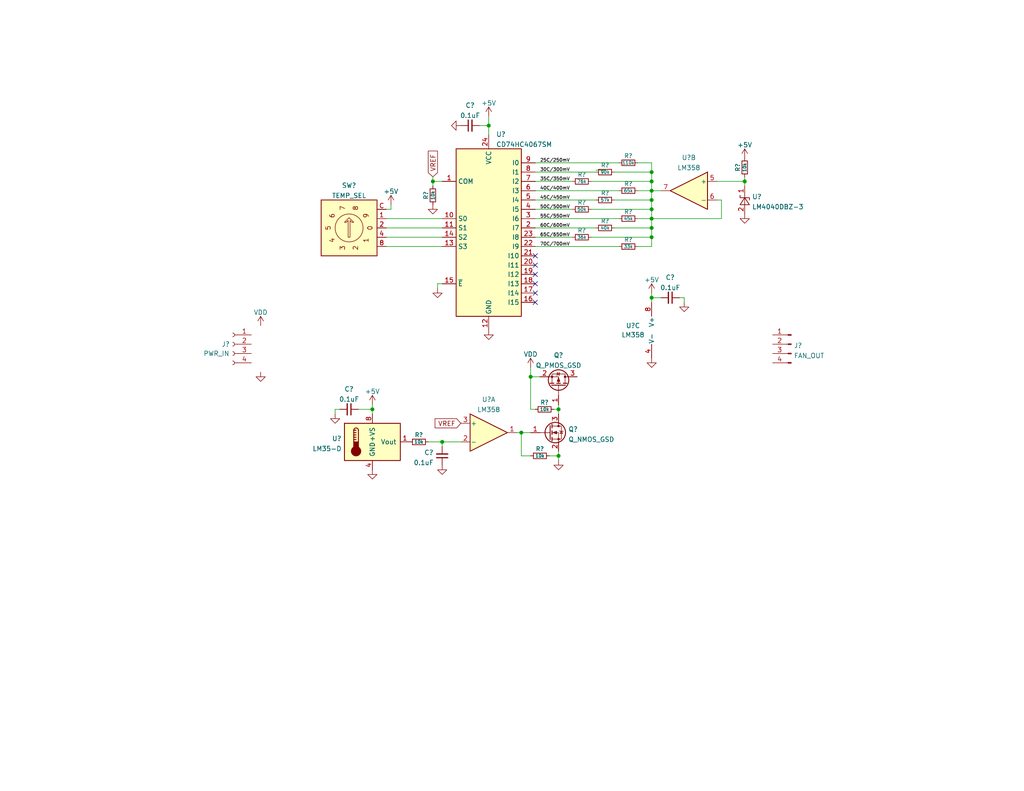
<source format=kicad_sch>
(kicad_sch (version 20211123) (generator eeschema)
  (paper "A")
  (title_block (title "Dead Simple Fan Controller") (date "2022-01-29") (rev "A") (company "W3AXL") (comment 1 "For controlling PC fans based on temperature"))
  (lib_symbols
    (symbol "74xx:CD74HC4067SM"
      (property "Reference" "U" (at -8.89 22.86 0))
      (property "Value" "CD74HC4067SM" (at 1.27 22.86 0))
      (symbol "CD74HC4067SM_0_1"
        (rectangle (start -8.89 21.59) (end 8.89 -24.13) (stroke (width 0.254)) (fill (type background)))
      )
      (symbol "CD74HC4067SM_1_1"
        (pin passive line (at -12.7 12.7 0) (length 3.81) (name "COM") (number "1"))
        (pin input line (at -12.7 2.54 0) (length 3.81) (name "S0") (number "10"))
        (pin input line (at -12.7 0 0) (length 3.81) (name "S1") (number "11"))
        (pin power_in line (at 0 -27.94 90) (length 3.81) (name "GND") (number "12"))
        (pin input line (at -12.7 -5.08 0) (length 3.81) (name "S3") (number "13"))
        (pin input line (at -12.7 -2.54 0) (length 3.81) (name "S2") (number "14"))
        (pin input line (at -12.7 -15.24 0) (length 3.81) (name "~{E}") (number "15"))
        (pin passive line (at 12.7 -20.32 180) (length 3.81) (name "I15") (number "16"))
        (pin passive line (at 12.7 -17.78 180) (length 3.81) (name "I14") (number "17"))
        (pin passive line (at 12.7 -15.24 180) (length 3.81) (name "I13") (number "18"))
        (pin passive line (at 12.7 -12.7 180) (length 3.81) (name "I12") (number "19"))
        (pin passive line (at 12.7 0 180) (length 3.81) (name "I7") (number "2"))
        (pin passive line (at 12.7 -10.16 180) (length 3.81) (name "I11") (number "20"))
        (pin passive line (at 12.7 -7.62 180) (length 3.81) (name "I10") (number "21"))
        (pin passive line (at 12.7 -5.08 180) (length 3.81) (name "I9") (number "22"))
        (pin passive line (at 12.7 -2.54 180) (length 3.81) (name "I8") (number "23"))
        (pin power_in line (at 0 25.4 270) (length 3.81) (name "VCC") (number "24"))
        (pin passive line (at 12.7 2.54 180) (length 3.81) (name "I6") (number "3"))
        (pin passive line (at 12.7 5.08 180) (length 3.81) (name "I5") (number "4"))
        (pin passive line (at 12.7 7.62 180) (length 3.81) (name "I4") (number "5"))
        (pin passive line (at 12.7 10.16 180) (length 3.81) (name "I3") (number "6"))
        (pin passive line (at 12.7 12.7 180) (length 3.81) (name "I2") (number "7"))
        (pin passive line (at 12.7 15.24 180) (length 3.81) (name "I1") (number "8"))
        (pin passive line (at 12.7 17.78 180) (length 3.81) (name "I0") (number "9"))
      )
    )
    (symbol "Amplifier_Operational:LM358" (pin_names (offset 0.127))
      (property "Reference" "U" (at 0 5.08 0))
      (property "Value" "LM358" (at 0 -5.08 0))
      (symbol "LM358_1_1"
        (polyline (pts (xy -5.08 5.08) (xy 5.08 0) (xy -5.08 -5.08) (xy -5.08 5.08)) (stroke (width 0.254)) (fill (type background)))
        (pin output line (at 7.62 0 180) (length 2.54) (name "~") (number "1"))
        (pin input line (at -7.62 -2.54 0) (length 2.54) (name "-") (number "2"))
        (pin input line (at -7.62 2.54 0) (length 2.54) (name "+") (number "3"))
      )
      (symbol "LM358_2_1"
        (polyline (pts (xy -5.08 5.08) (xy 5.08 0) (xy -5.08 -5.08) (xy -5.08 5.08)) (stroke (width 0.254)) (fill (type background)))
        (pin input line (at -7.62 2.54 0) (length 2.54) (name "+") (number "5"))
        (pin input line (at -7.62 -2.54 0) (length 2.54) (name "-") (number "6"))
        (pin output line (at 7.62 0 180) (length 2.54) (name "~") (number "7"))
      )
      (symbol "LM358_3_1"
        (pin power_in line (at -2.54 -7.62 90) (length 3.81) (name "V-") (number "4"))
        (pin power_in line (at -2.54 7.62 270) (length 3.81) (name "V+") (number "8"))
      )
    )
    (symbol "Connector:Conn_01x04_Female" (pin_names (offset 1.016) hide)
      (property "Reference" "J" (at 0 5.08 0))
      (property "Value" "Conn_01x04_Female" (at 0 -7.62 0))
      (symbol "Conn_01x04_Female_1_1"
        (arc (start 0 -4.572) (mid -0.508 -5.08) (end 0 -5.588) (stroke (width 0.1524)))
        (arc (start 0 -2.032) (mid -0.508 -2.54) (end 0 -3.048) (stroke (width 0.1524)))
        (polyline (pts (xy -1.27 -5.08) (xy -0.508 -5.08)) (stroke (width 0.1524)))
        (polyline (pts (xy -1.27 -2.54) (xy -0.508 -2.54)) (stroke (width 0.1524)))
        (polyline (pts (xy -1.27 0) (xy -0.508 0)) (stroke (width 0.1524)))
        (polyline (pts (xy -1.27 2.54) (xy -0.508 2.54)) (stroke (width 0.1524)))
        (arc (start 0 0.508) (mid -0.508 0) (end 0 -0.508) (stroke (width 0.1524)))
        (arc (start 0 3.048) (mid -0.508 2.54) (end 0 2.032) (stroke (width 0.1524)))
        (pin passive line (at -5.08 2.54 0) (length 3.81) (name "Pin_1") (number "1"))
        (pin passive line (at -5.08 0 0) (length 3.81) (name "Pin_2") (number "2"))
        (pin passive line (at -5.08 -2.54 0) (length 3.81) (name "Pin_3") (number "3"))
        (pin passive line (at -5.08 -5.08 0) (length 3.81) (name "Pin_4") (number "4"))
      )
    )
    (symbol "Connector:Conn_01x04_Male" (pin_names (offset 1.016) hide)
      (property "Reference" "J" (at 0 5.08 0))
      (property "Value" "Conn_01x04_Male" (at 0 -7.62 0))
      (symbol "Conn_01x04_Male_1_1"
        (polyline (pts (xy 1.27 -5.08) (xy 0.8636 -5.08)) (stroke (width 0.1524)))
        (polyline (pts (xy 1.27 -2.54) (xy 0.8636 -2.54)) (stroke (width 0.1524)))
        (polyline (pts (xy 1.27 0) (xy 0.8636 0)) (stroke (width 0.1524)))
        (polyline (pts (xy 1.27 2.54) (xy 0.8636 2.54)) (stroke (width 0.1524)))
        (rectangle (start 0.8636 -4.953) (end 0 -5.207) (stroke (width 0.1524)) (fill (type outline)))
        (rectangle (start 0.8636 -2.413) (end 0 -2.667) (stroke (width 0.1524)) (fill (type outline)))
        (rectangle (start 0.8636 0.127) (end 0 -0.127) (stroke (width 0.1524)) (fill (type outline)))
        (rectangle (start 0.8636 2.667) (end 0 2.413) (stroke (width 0.1524)) (fill (type outline)))
        (pin passive line (at 5.08 2.54 180) (length 3.81) (name "Pin_1") (number "1"))
        (pin passive line (at 5.08 0 180) (length 3.81) (name "Pin_2") (number "2"))
        (pin passive line (at 5.08 -2.54 180) (length 3.81) (name "Pin_3") (number "3"))
        (pin passive line (at 5.08 -5.08 180) (length 3.81) (name "Pin_4") (number "4"))
      )
    )
    (symbol "Device:C_Small" (pin_numbers hide) (pin_names (offset 0.254) hide)
      (property "Reference" "C" (at 0.254 1.778 0))
      (property "Value" "C_Small" (at 0.254 -2.032 0))
      (symbol "C_Small_0_1"
        (polyline (pts (xy -1.524 -0.508) (xy 1.524 -0.508)) (stroke (width 0.3302)))
        (polyline (pts (xy -1.524 0.508) (xy 1.524 0.508)) (stroke (width 0.3048)))
      )
      (symbol "C_Small_1_1"
        (pin passive line (at 0 2.54 270) (length 2.032) (name "~") (number "1"))
        (pin passive line (at 0 -2.54 90) (length 2.032) (name "~") (number "2"))
      )
    )
    (symbol "Device:Q_NMOS_GSD" (pin_names (offset 0) hide)
      (property "Reference" "Q" (at 5.08 1.27 0))
      (property "Value" "Q_NMOS_GSD" (at 5.08 -1.27 0))
      (symbol "Q_NMOS_GSD_0_1"
        (polyline (pts (xy 0.254 0) (xy -2.54 0)))
        (polyline (pts (xy 0.254 1.905) (xy 0.254 -1.905)) (stroke (width 0.254)))
        (polyline (pts (xy 0.762 -1.27) (xy 0.762 -2.286)) (stroke (width 0.254)))
        (polyline (pts (xy 0.762 0.508) (xy 0.762 -0.508)) (stroke (width 0.254)))
        (polyline (pts (xy 0.762 2.286) (xy 0.762 1.27)) (stroke (width 0.254)))
        (polyline (pts (xy 2.54 2.54) (xy 2.54 1.778)))
        (polyline (pts (xy 2.54 -2.54) (xy 2.54 0) (xy 0.762 0)))
        (polyline (pts (xy 0.762 -1.778) (xy 3.302 -1.778) (xy 3.302 1.778) (xy 0.762 1.778)))
        (polyline (pts (xy 1.016 0) (xy 2.032 0.381) (xy 2.032 -0.381) (xy 1.016 0)) (fill (type outline)))
        (polyline (pts (xy 2.794 0.508) (xy 2.921 0.381) (xy 3.683 0.381) (xy 3.81 0.254)))
        (polyline (pts (xy 3.302 0.381) (xy 2.921 -0.254) (xy 3.683 -0.254) (xy 3.302 0.381)))
        (circle (center 1.651 0) (radius 2.794) (stroke (width 0.254)))
        (circle (center 2.54 -1.778) (radius 0.254) (fill (type outline)))
        (circle (center 2.54 1.778) (radius 0.254) (fill (type outline)))
      )
      (symbol "Q_NMOS_GSD_1_1"
        (pin input line (at -5.08 0 0) (length 2.54) (name "G") (number "1"))
        (pin passive line (at 2.54 -5.08 90) (length 2.54) (name "S") (number "2"))
        (pin passive line (at 2.54 5.08 270) (length 2.54) (name "D") (number "3"))
      )
    )
    (symbol "Device:Q_PMOS_GSD" (pin_names (offset 0) hide)
      (property "Reference" "Q" (at 5.08 1.27 0))
      (property "Value" "Q_PMOS_GSD" (at 5.08 -1.27 0))
      (symbol "Q_PMOS_GSD_0_1"
        (polyline (pts (xy 0.254 0) (xy -2.54 0)))
        (polyline (pts (xy 0.254 1.905) (xy 0.254 -1.905)) (stroke (width 0.254)))
        (polyline (pts (xy 0.762 -1.27) (xy 0.762 -2.286)) (stroke (width 0.254)))
        (polyline (pts (xy 0.762 0.508) (xy 0.762 -0.508)) (stroke (width 0.254)))
        (polyline (pts (xy 0.762 2.286) (xy 0.762 1.27)) (stroke (width 0.254)))
        (polyline (pts (xy 2.54 2.54) (xy 2.54 1.778)))
        (polyline (pts (xy 2.54 -2.54) (xy 2.54 0) (xy 0.762 0)))
        (polyline (pts (xy 0.762 1.778) (xy 3.302 1.778) (xy 3.302 -1.778) (xy 0.762 -1.778)))
        (polyline (pts (xy 2.286 0) (xy 1.27 0.381) (xy 1.27 -0.381) (xy 2.286 0)) (fill (type outline)))
        (polyline (pts (xy 2.794 -0.508) (xy 2.921 -0.381) (xy 3.683 -0.381) (xy 3.81 -0.254)))
        (polyline (pts (xy 3.302 -0.381) (xy 2.921 0.254) (xy 3.683 0.254) (xy 3.302 -0.381)))
        (circle (center 1.651 0) (radius 2.794) (stroke (width 0.254)))
        (circle (center 2.54 -1.778) (radius 0.254) (fill (type outline)))
        (circle (center 2.54 1.778) (radius 0.254) (fill (type outline)))
      )
      (symbol "Q_PMOS_GSD_1_1"
        (pin input line (at -5.08 0 0) (length 2.54) (name "G") (number "1"))
        (pin passive line (at 2.54 -5.08 90) (length 2.54) (name "S") (number "2"))
        (pin passive line (at 2.54 5.08 270) (length 2.54) (name "D") (number "3"))
      )
    )
    (symbol "Device:R_Small" (pin_numbers hide) (pin_names (offset 0.254) hide)
      (property "Reference" "R" (at 0.762 0.508 0))
      (property "Value" "R_Small" (at 0.762 -1.016 0))
      (symbol "R_Small_0_1"
        (rectangle (start -0.762 1.778) (end 0.762 -1.778) (stroke (width 0.2032)))
      )
      (symbol "R_Small_1_1"
        (pin passive line (at 0 2.54 270) (length 0.762) (name "~") (number "1"))
        (pin passive line (at 0 -2.54 90) (length 0.762) (name "~") (number "2"))
      )
    )
    (symbol "Reference_Voltage:LM4040DBZ-3" (pin_names (offset 0.0254) hide)
      (property "Reference" "U" (at 0 2.54 0))
      (property "Value" "LM4040DBZ-3" (at 0 -3.175 0))
      (symbol "LM4040DBZ-3_0_1"
        (polyline (pts (xy -1.27 0) (xy 0 0) (xy 1.27 0)))
        (polyline (pts (xy -1.27 -1.27) (xy 0.635 0) (xy -1.27 1.27) (xy -1.27 -1.27)) (stroke (width 0.2032)))
        (polyline (pts (xy 0 -1.27) (xy 0.635 -1.27) (xy 0.635 1.27) (xy 1.27 1.27)) (stroke (width 0.2032)))
      )
      (symbol "LM4040DBZ-3_1_1"
        (pin passive line (at 3.81 0 180) (length 2.54) (name "K") (number "1"))
        (pin passive line (at -3.81 0 0) (length 2.54) (name "A") (number "2"))
      )
    )
    (symbol "Sensor_Temperature:LM35-D" (pin_names (offset 1.016))
      (property "Reference" "U" (at -6.35 6.35 0))
      (property "Value" "LM35-D" (at 1.27 6.35 0))
      (symbol "LM35-D_0_1"
        (rectangle (start -7.62 5.08) (end 7.62 -5.08) (stroke (width 0.254)) (fill (type background)))
        (circle (center -4.445 -2.54) (radius 1.27) (stroke (width 0.254)) (fill (type outline)))
        (rectangle (start -3.81 -1.905) (end -5.08 0) (stroke (width 0.254)) (fill (type outline)))
        (arc (start -3.81 3.175) (mid -4.445 3.81) (end -5.08 3.175) (stroke (width 0.254)))
        (polyline (pts (xy -5.08 0.635) (xy -4.445 0.635)) (stroke (width 0.254)))
        (polyline (pts (xy -5.08 1.27) (xy -4.445 1.27)) (stroke (width 0.254)))
        (polyline (pts (xy -5.08 1.905) (xy -4.445 1.905)) (stroke (width 0.254)))
        (polyline (pts (xy -5.08 2.54) (xy -4.445 2.54)) (stroke (width 0.254)))
        (polyline (pts (xy -5.08 3.175) (xy -5.08 0)) (stroke (width 0.254)))
        (polyline (pts (xy -5.08 3.175) (xy -4.445 3.175)) (stroke (width 0.254)))
        (polyline (pts (xy -3.81 3.175) (xy -3.81 0)) (stroke (width 0.254)))
      )
      (symbol "LM35-D_1_1"
        (pin output line (at 10.16 0 180) (length 2.54) (name "Vout") (number "1"))
        (pin no_connect line (at -2.54 -7.62 90) (length 2.54) hide (name "NC") (number "2"))
        (pin no_connect line (at -2.54 7.62 270) (length 2.54) hide (name "NC") (number "3"))
        (pin power_in line (at 0 -7.62 90) (length 2.54) (name "GND") (number "4"))
        (pin no_connect line (at 2.54 -7.62 90) (length 2.54) hide (name "NC") (number "5"))
        (pin no_connect line (at 5.08 -7.62 90) (length 2.54) hide (name "NC") (number "6"))
        (pin no_connect line (at 10.16 2.54 180) (length 2.54) hide (name "NC") (number "7"))
        (pin power_in line (at 0 7.62 270) (length 2.54) (name "+VS") (number "8"))
      )
    )
    (symbol "Switch:SW_Coded_SH-7010" (pin_names hide)
      (property "Reference" "SW" (at -7.62 8.89 0))
      (property "Value" "SW_Coded_SH-7010" (at -7.62 -8.89 0))
      (symbol "SW_Coded_SH-7010_0_0"
        (text "0" (at 5.715 0 2700) (effects (font (size 1.27 1.27))))
        (text "1" (at 4.6228 -3.3528 2340) (effects (font (size 1.27 1.27))))
        (text "2" (at 1.778 -5.4356 1980) (effects (font (size 1.27 1.27))))
        (text "3" (at -1.778 -5.4356 1620) (effects (font (size 1.27 1.27))))
        (text "4" (at -4.6228 -3.3528 1260) (effects (font (size 1.27 1.27))))
        (text "5" (at -5.715 0 900) (effects (font (size 1.27 1.27))))
        (text "6" (at -4.6228 3.3528 540) (effects (font (size 1.27 1.27))))
        (text "7" (at -1.778 5.4356 180) (effects (font (size 1.27 1.27))))
        (text "8" (at 1.778 5.4356 3420) (effects (font (size 1.27 1.27))))
        (text "9" (at 4.6228 3.3528 3060) (effects (font (size 1.27 1.27))))
      )
      (symbol "SW_Coded_SH-7010_0_1"
        (polyline (pts (xy -0.254 -2.54) (xy -0.254 2.032) (xy -0.762 1.524) (xy -1.27 1.524) (xy 0 2.794) (xy 1.27 1.524) (xy 0.762 1.524) (xy 0.254 2.032) (xy 0.254 -2.54) (xy -0.254 -2.54) (xy -0.254 -2.54)))
        (circle (center 0 0) (radius 3.81))
        (rectangle (start 7.62 7.62) (end -7.62 -7.62) (stroke (width 0.254)) (fill (type background)))
      )
      (symbol "SW_Coded_SH-7010_1_1"
        (pin passive line (at 10.16 2.54 180) (length 2.54) (name "1") (number "1"))
        (pin passive line (at 10.16 0 180) (length 2.54) (name "2") (number "2"))
        (pin passive line (at 10.16 -2.54 180) (length 2.54) (name "4") (number "4"))
        (pin passive line (at 10.16 -5.08 180) (length 2.54) (name "8") (number "8"))
        (pin passive line (at 10.16 5.08 180) (length 2.54) (name "C") (number "C"))
      )
    )
    (symbol "power:+5V" (power) (pin_names (offset 0))
      (property "Value" "+5V" (at 0 3.556 0))
      (symbol "+5V_0_1"
        (polyline (pts (xy -0.762 1.27) (xy 0 2.54)))
        (polyline (pts (xy 0 0) (xy 0 2.54)))
        (polyline (pts (xy 0 2.54) (xy 0.762 1.27)))
      )
      (symbol "+5V_1_1"
        (pin power_in line (at 0 0 90) (length 0) hide (name "+5V") (number "1"))
      )
    )
    (symbol "power:GND" (power) (pin_names (offset 0))
      (property "Value" "GND" (at 0 -3.81 0))
      (symbol "GND_0_1"
        (polyline (pts (xy 0 0) (xy 0 -1.27) (xy 1.27 -1.27) (xy 0 -2.54) (xy -1.27 -1.27) (xy 0 -1.27)))
      )
      (symbol "GND_1_1"
        (pin power_in line (at 0 0 270) (length 0) hide (name "GND") (number "1"))
      )
    )
    (symbol "power:VDD" (power) (pin_names (offset 0))
      (property "Value" "VDD" (at 0 3.81 0))
      (symbol "VDD_0_1"
        (polyline (pts (xy -0.762 1.27) (xy 0 2.54)))
        (polyline (pts (xy 0 0) (xy 0 2.54)))
        (polyline (pts (xy 0 2.54) (xy 0.762 1.27)))
      )
      (symbol "VDD_1_1"
        (pin power_in line (at 0 0 90) (length 0) hide (name "VDD") (number "1"))
      )
    )
  )
  (junction (at 177.8 62.23))
  (junction (at 152.4 124.46))
  (junction (at 118.11 49.53))
  (junction (at 177.8 52.07))
  (junction (at 203.2 49.53))
  (junction (at 177.8 64.77))
  (junction (at 177.8 54.61))
  (junction (at 152.4 111.76))
  (junction (at 101.6 111.76))
  (junction (at 177.8 59.69))
  (junction (at 177.8 46.99))
  (junction (at 144.78 102.87))
  (junction (at 177.8 49.53))
  (junction (at 142.24 118.11))
  (junction (at 177.8 81.28))
  (junction (at 133.35 34.29))
  (junction (at 177.8 57.15))
  (junction (at 120.65 120.65))
  (no_connect (at 146.05 72.39))
  (no_connect (at 146.05 80.01))
  (no_connect (at 146.05 69.85))
  (no_connect (at 146.05 82.55))
  (no_connect (at 146.05 74.93))
  (no_connect (at 146.05 77.47))
  (wire (pts (xy 97.79 111.76) (xy 101.6 111.76)))
  (wire (pts (xy 144.78 111.76) (xy 144.78 102.87)))
  (wire (pts (xy 196.85 54.61) (xy 195.58 54.61)))
  (wire (pts (xy 177.8 49.53) (xy 177.8 52.07)))
  (wire (pts (xy 120.65 77.47) (xy 119.38 77.47)))
  (wire (pts (xy 146.05 54.61) (xy 162.56 54.61)))
  (wire (pts (xy 146.05 62.23) (xy 162.56 62.23)))
  (wire (pts (xy 120.65 120.65) (xy 125.73 120.65)))
  (wire (pts (xy 173.99 52.07) (xy 177.8 52.07)))
  (wire (pts (xy 144.78 102.87) (xy 147.32 102.87)))
  (wire (pts (xy 101.6 111.76) (xy 101.6 113.03)))
  (wire (pts (xy 120.65 120.65) (xy 120.65 121.92)))
  (wire (pts (xy 185.42 81.28) (xy 186.69 81.28)))
  (wire (pts (xy 177.8 59.69) (xy 177.8 62.23)))
  (wire (pts (xy 195.58 49.53) (xy 203.2 49.53)))
  (wire (pts (xy 133.35 34.29) (xy 133.35 31.75)))
  (wire (pts (xy 142.24 124.46) (xy 144.78 124.46)))
  (wire (pts (xy 133.35 34.29) (xy 133.35 36.83)))
  (wire (pts (xy 177.8 46.99) (xy 177.8 49.53)))
  (wire (pts (xy 118.11 49.53) (xy 118.11 50.8)))
  (wire (pts (xy 151.13 111.76) (xy 152.4 111.76)))
  (wire (pts (xy 161.29 57.15) (xy 177.8 57.15)))
  (wire (pts (xy 130.81 34.29) (xy 133.35 34.29)))
  (wire (pts (xy 146.05 111.76) (xy 144.78 111.76)))
  (wire (pts (xy 177.8 64.77) (xy 177.8 67.31)))
  (wire (pts (xy 146.05 52.07) (xy 168.91 52.07)))
  (wire (pts (xy 146.05 44.45) (xy 168.91 44.45)))
  (wire (pts (xy 152.4 124.46) (xy 152.4 123.19)))
  (wire (pts (xy 167.64 54.61) (xy 177.8 54.61)))
  (wire (pts (xy 106.68 57.15) (xy 106.68 55.88)))
  (wire (pts (xy 196.85 54.61) (xy 196.85 59.69)))
  (wire (pts (xy 167.64 46.99) (xy 177.8 46.99)))
  (wire (pts (xy 177.8 57.15) (xy 177.8 59.69)))
  (wire (pts (xy 177.8 80.01) (xy 177.8 81.28)))
  (wire (pts (xy 161.29 49.53) (xy 177.8 49.53)))
  (wire (pts (xy 162.56 46.4614) (xy 165.1988 46.4614)))
  (wire (pts (xy 146.05 46.99) (xy 162.56 46.99)))
  (wire (pts (xy 146.05 57.15) (xy 156.21 57.15)))
  (wire (pts (xy 92.71 111.76) (xy 91.44 111.76)))
  (wire (pts (xy 140.97 118.11) (xy 142.24 118.11)))
  (wire (pts (xy 144.78 100.33) (xy 144.78 102.87)))
  (wire (pts (xy 146.05 64.77) (xy 156.21 64.77)))
  (wire (pts (xy 173.99 59.69) (xy 177.8 59.69)))
  (wire (pts (xy 146.05 59.69) (xy 168.91 59.69)))
  (wire (pts (xy 177.8 62.23) (xy 177.8 64.77)))
  (wire (pts (xy 161.29 64.77) (xy 177.8 64.77)))
  (wire (pts (xy 146.05 67.31) (xy 168.91 67.31)))
  (wire (pts (xy 91.44 111.76) (xy 91.44 113.03)))
  (wire (pts (xy 203.2 48.26) (xy 203.2 49.53)))
  (wire (pts (xy 152.4 124.46) (xy 152.4 125.73)))
  (wire (pts (xy 105.41 59.69) (xy 120.65 59.69)))
  (wire (pts (xy 196.85 59.69) (xy 177.8 59.69)))
  (wire (pts (xy 118.11 49.53) (xy 120.65 49.53)))
  (wire (pts (xy 177.8 67.31) (xy 173.99 67.31)))
  (wire (pts (xy 177.8 81.28) (xy 180.34 81.28)))
  (wire (pts (xy 101.6 111.76) (xy 101.6 110.49)))
  (wire (pts (xy 177.8 52.07) (xy 177.8 54.61)))
  (wire (pts (xy 142.24 118.11) (xy 144.78 118.11)))
  (wire (pts (xy 167.64 62.23) (xy 177.8 62.23)))
  (wire (pts (xy 149.86 124.46) (xy 152.4 124.46)))
  (wire (pts (xy 142.24 118.11) (xy 142.24 124.46)))
  (wire (pts (xy 173.99 44.45) (xy 177.8 44.45)))
  (wire (pts (xy 177.8 54.61) (xy 177.8 57.15)))
  (wire (pts (xy 152.4 111.76) (xy 152.4 113.03)))
  (wire (pts (xy 105.41 67.31) (xy 120.65 67.31)))
  (wire (pts (xy 105.41 64.77) (xy 120.65 64.77)))
  (wire (pts (xy 177.8 44.45) (xy 177.8 46.99)))
  (wire (pts (xy 146.05 49.53) (xy 156.21 49.53)))
  (wire (pts (xy 105.41 62.23) (xy 120.65 62.23)))
  (wire (pts (xy 105.41 57.15) (xy 106.68 57.15)))
  (wire (pts (xy 118.11 48.26) (xy 118.11 49.53)))
  (wire (pts (xy 119.38 77.47) (xy 119.38 78.74)))
  (wire (pts (xy 203.2 49.53) (xy 203.2 50.8)))
  (wire (pts (xy 177.8 81.28) (xy 177.8 82.55)))
  (wire (pts (xy 180.34 52.07) (xy 177.8 52.07)))
  (wire (pts (xy 116.84 120.65) (xy 120.65 120.65)))
  (wire (pts (xy 152.4 110.49) (xy 152.4 111.76)))
  (wire (pts (xy 186.69 81.28) (xy 186.69 82.55)))
  (label "60C{slash}600mV" (at 147.32 62.23 0) (effects (font (size 0.889 0.889))))
  (label "30C{slash}300mV" (at 147.32 46.99 0) (effects (font (size 0.889 0.889))))
  (label "50C{slash}500mV" (at 147.32 57.15 0) (effects (font (size 0.889 0.889))))
  (label "70C{slash}700mV" (at 147.32 67.31 0) (effects (font (size 0.889 0.889))))
  (label "55C{slash}550mV" (at 147.32 59.69 0) (effects (font (size 0.889 0.889))))
  (label "40C{slash}400mV" (at 147.32 52.07 0) (effects (font (size 0.889 0.889))))
  (label "65C{slash}650mV" (at 147.32 64.77 0) (effects (font (size 0.889 0.889))))
  (label "25C{slash}250mV" (at 147.32 44.45 0) (effects (font (size 0.889 0.889))))
  (label "45C{slash}450mV" (at 147.32 54.61 0) (effects (font (size 0.889 0.889))))
  (label "35C{slash}350mV" (at 147.32 49.53 0) (effects (font (size 0.889 0.889))))
  (global_label "VREF" (shape input) (at 125.73 115.57 180) (property "Intersheet References" "${INTERSHEET_REFS}" (effects hide)))
  (global_label "VREF" (shape input) (at 118.11 48.26 90) (property "Intersheet References" "${INTERSHEET_REFS}" (effects hide)))
  (symbol (lib_id "power:VDD") (at 144.78 100.33 0) (unit 1)
    (property "Reference" "#PWR?" (effects hide))
    (property "Value" "VDD" (at 144.78 96.7255 0))
  )
  (symbol (lib_id "Switch:SW_Coded_SH-7010") (at 95.25 62.23 0) (unit 1)
    (property "Reference" "SW?" (at 95.25 50.6435 0))
    (property "Value" "TEMP_SEL" (at 95.25 53.4186 0))
    (property "Datasheet" "https://www.nidec-copal-electronics.com/e/catalog/switch/sh-7000.pdf" (effects hide))
  )
  (symbol (lib_id "Device:R_Small") (at 171.45 59.69 270) (mirror x) (unit 1)
    (property "Reference" "R?" (at 171.45 57.15 90) (effects (font (size 1.143 1.143)) (justify bottom)))
    (property "Value" "45k" (at 171.45 59.69 90) (effects (font (size 0.889 0.889))))
  )
  (symbol (lib_id "Device:R_Small") (at 171.45 44.45 270) (mirror x) (unit 1)
    (property "Reference" "R?" (at 171.45 41.91 90) (effects (font (size 1.143 1.143)) (justify bottom)))
    (property "Value" "110k" (at 171.45 44.45 90) (effects (font (size 0.889 0.889))))
  )
  (symbol (lib_id "Device:C_Small") (at 182.88 81.28 270) (mirror x) (unit 1)
    (property "Reference" "C?" (at 182.8736 75.7514 90))
    (property "Value" "0.1uF" (at 182.8736 78.5265 90))
  )
  (symbol (lib_id "power:GND") (at 152.4 125.73 0) (unit 1)
    (property "Reference" "#PWR?" (effects hide))
    (property "Value" "GND" (effects hide))
  )
  (symbol (lib_id "Device:C_Small") (at 120.65 124.46 0) (mirror x) (unit 1)
    (property "Reference" "C?" (at 118.3259 123.5451 0) (effects (justify right)))
    (property "Value" "0.1uF" (at 118.3259 126.3202 0) (effects (justify right)))
  )
  (symbol (lib_id "power:GND") (at 119.38 78.74 0) (unit 1)
    (property "Reference" "#PWR?" (effects hide))
    (property "Value" "GND" (effects hide))
  )
  (symbol (lib_id "Device:R_Small") (at 114.3 120.65 270) (mirror x) (unit 1)
    (property "Reference" "R?" (at 114.3 118.11 90) (effects (font (size 1.143 1.143)) (justify bottom)))
    (property "Value" "10k" (at 114.3 120.65 90) (effects (font (size 0.889 0.889))))
  )
  (symbol (lib_id "Device:Q_NMOS_GSD") (at 149.86 118.11 0) (unit 1)
    (property "Reference" "Q?" (at 155.067 117.2015 0) (effects (justify left)))
    (property "Value" "Q_NMOS_GSD" (at 155.067 119.9766 0) (effects (justify left)))
  )
  (symbol (lib_id "power:+5V") (at 106.68 55.88 0) (unit 1)
    (property "Reference" "#PWR?" (effects hide))
    (property "Value" "+5V" (at 106.68 52.2755 0))
  )
  (symbol (lib_id "Device:R_Small") (at 165.1 46.99 270) (mirror x) (unit 1)
    (property "Reference" "R?" (at 165.1 44.45 90) (effects (font (size 1.143 1.143)) (justify bottom)))
    (property "Value" "90k" (at 165.1 46.99 90) (effects (font (size 0.889 0.889))))
  )
  (symbol (lib_id "Device:R_Small") (at 158.75 57.15 270) (mirror x) (unit 1)
    (property "Reference" "R?" (at 158.75 54.61 90) (effects (font (size 1.143 1.143)) (justify bottom)))
    (property "Value" "50k" (at 158.75 57.15 90) (effects (font (size 0.889 0.889))))
  )
  (symbol (lib_id "power:+5V") (at 133.35 31.75 0) (unit 1)
    (property "Reference" "#PWR?" (effects hide))
    (property "Value" "+5V" (at 133.35 28.1455 0))
  )
  (symbol (lib_id "Sensor_Temperature:LM35-D") (at 101.6 120.65 0) (unit 1)
    (property "Reference" "U?" (at 93.218 119.7415 0) (effects (justify right)))
    (property "Value" "LM35-D" (at 93.218 122.5166 0) (effects (justify right)))
    (property "Footprint" "Package_SO:SOIC-8_3.9x4.9mm_P1.27mm" (effects hide))
    (property "Datasheet" "http://www.ti.com/lit/ds/symlink/lm35.pdf" (effects hide))
  )
  (symbol (lib_id "power:GND") (at 186.69 82.55 0) (unit 1)
    (property "Reference" "#PWR?" (effects hide))
    (property "Value" "GND" (effects hide))
  )
  (symbol (lib_id "power:GND") (at 120.65 127 0) (unit 1)
    (property "Reference" "#PWR?" (effects hide))
    (property "Value" "GND" (effects hide))
  )
  (symbol (lib_id "Device:R_Small") (at 118.11 53.34 0) (mirror y) (unit 1)
    (property "Reference" "R?" (at 115.57 53.34 90) (effects (font (size 1.143 1.143)) (justify bottom)))
    (property "Value" "10k" (at 118.11 53.34 90) (effects (font (size 0.889 0.889))))
  )
  (symbol (lib_id "power:GND") (at 203.2 58.42 0) (unit 1)
    (property "Reference" "#PWR?" (effects hide))
    (property "Value" "GND" (effects hide))
  )
  (symbol (lib_id "Device:R_Small") (at 203.2 45.72 0) (mirror y) (unit 1)
    (property "Reference" "R?" (at 200.66 45.72 90) (effects (font (size 1.143 1.143)) (justify bottom)))
    (property "Value" "10k" (at 203.2 45.72 90) (effects (font (size 0.889 0.889))))
  )
  (symbol (lib_id "power:GND") (at 71.12 101.6 0) (unit 1)
    (property "Reference" "#PWR?" (effects hide))
    (property "Value" "GND" (effects hide))
  )
  (symbol (lib_id "power:+5V") (at 203.2 43.18 0) (unit 1)
    (property "Reference" "#PWR?" (effects hide))
    (property "Value" "+5V" (at 203.2 39.5755 0))
  )
  (symbol (lib_id "Device:C_Small") (at 128.27 34.29 90) (mirror x) (unit 1)
    (property "Reference" "C?" (at 128.2763 28.7614 90))
    (property "Value" "0.1uF" (at 128.2763 31.5365 90))
  )
  (symbol (lib_id "power:GND") (at 125.73 34.29 270) (unit 1)
    (property "Reference" "#PWR?" (effects hide))
    (property "Value" "GND" (effects hide))
  )
  (symbol (lib_id "Device:R_Small") (at 158.75 49.53 270) (mirror x) (unit 1)
    (property "Reference" "R?" (at 158.75 46.99 90) (effects (font (size 1.143 1.143)) (justify bottom)))
    (property "Value" "76k" (at 158.75 49.53 90) (effects (font (size 0.889 0.889))))
  )
  (symbol (lib_id "power:GND") (at 91.44 113.03 0) (unit 1)
    (property "Reference" "#PWR?" (effects hide))
    (property "Value" "GND" (effects hide))
  )
  (symbol (lib_id "Reference_Voltage:LM4040DBZ-3") (at 203.2 54.61 90) (unit 1)
    (property "Reference" "U?" (at 205.2066 53.7015 90) (effects (justify right)))
    (property "Value" "LM4040DBZ-3" (at 205.2066 56.4766 90) (effects (justify right)))
    (property "Footprint" "Package_TO_SOT_SMD:SOT-23" (effects hide))
    (property "Datasheet" "http://www.ti.com/lit/ds/symlink/lm4040-n.pdf" (effects hide))
  )
  (symbol (lib_id "power:+5V") (at 177.8 80.01 0) (unit 1)
    (property "Reference" "#PWR?" (effects hide))
    (property "Value" "+5V" (at 177.8 76.4055 0))
  )
  (symbol (lib_id "Device:R_Small") (at 158.75 64.77 270) (mirror x) (unit 1)
    (property "Reference" "R?" (at 158.75 62.23 90) (effects (font (size 1.143 1.143)) (justify bottom)))
    (property "Value" "36k" (at 158.75 64.77 90) (effects (font (size 0.889 0.889))))
  )
  (symbol (lib_id "power:GND") (at 118.11 55.88 0) (unit 1)
    (property "Reference" "#PWR?" (effects hide))
    (property "Value" "GND" (effects hide))
  )
  (symbol (lib_id "Amplifier_Operational:LM358") (at 133.35 118.11 0) (unit 1)
    (property "Reference" "U?" (at 133.35 109.0635 0))
    (property "Value" "LM358" (at 133.35 111.8386 0))
    (property "Datasheet" "http://www.ti.com/lit/ds/symlink/lm2904-n.pdf" (effects hide))
  )
  (symbol (lib_id "Device:R_Small") (at 165.1 62.23 270) (mirror x) (unit 1)
    (property "Reference" "R?" (at 165.1 59.69 90) (effects (font (size 1.143 1.143)) (justify bottom)))
    (property "Value" "40k" (at 165.1 62.23 90) (effects (font (size 0.889 0.889))))
  )
  (symbol (lib_id "Connector:Conn_01x04_Male") (at 215.9 93.98 0) (mirror y) (unit 1)
    (property "Reference" "J?" (at 216.6112 94.3415 0) (effects (justify right)))
    (property "Value" "FAN_OUT" (at 216.6112 97.1166 0) (effects (justify right)))
  )
  (symbol (lib_id "Connector:Conn_01x04_Female") (at 63.5 93.98 0) (mirror y) (unit 1)
    (property "Reference" "J?" (at 61.595 93.98 0))
    (property "Value" "PWR_IN" (at 59.055 96.52 0))
  )
  (symbol (lib_id "Amplifier_Operational:LM358") (at 187.96 52.07 0) (mirror y) (unit 2)
    (property "Reference" "U?" (at 187.96 43.0235 0))
    (property "Value" "LM358" (at 187.96 45.7986 0))
    (property "Datasheet" "http://www.ti.com/lit/ds/symlink/lm2904-n.pdf" (effects hide))
  )
  (symbol (lib_id "power:VDD") (at 71.12 88.9 0) (unit 1)
    (property "Reference" "#PWR?" (effects hide))
    (property "Value" "VDD" (at 71.12 85.2955 0))
  )
  (symbol (lib_id "power:+5V") (at 101.6 110.49 0) (unit 1)
    (property "Reference" "#PWR?" (effects hide))
    (property "Value" "+5V" (at 101.6 106.8855 0))
  )
  (symbol (lib_id "Device:R_Small") (at 171.45 52.07 270) (mirror x) (unit 1)
    (property "Reference" "R?" (at 171.45 49.53 90) (effects (font (size 1.143 1.143)) (justify bottom)))
    (property "Value" "65k" (at 171.45 52.07 90) (effects (font (size 0.889 0.889))))
  )
  (symbol (lib_id "Device:R_Small") (at 147.32 124.46 270) (mirror x) (unit 1)
    (property "Reference" "R?" (at 147.32 121.92 90) (effects (font (size 1.143 1.143)) (justify bottom)))
    (property "Value" "10k" (at 147.32 124.46 90) (effects (font (size 0.889 0.889))))
  )
  (symbol (lib_id "power:GND") (at 101.6 128.27 0) (unit 1)
    (property "Reference" "#PWR?" (effects hide))
    (property "Value" "GND" (effects hide))
  )
  (symbol (lib_id "74xx:CD74HC4067SM") (at 133.35 62.23 0) (unit 1)
    (property "Reference" "U?" (at 135.3694 36.6735 0) (effects (justify left)))
    (property "Value" "CD74HC4067SM" (at 135.3694 39.4486 0) (effects (justify left)))
    (property "Footprint" "Package_SO:SSOP-24_5.3x8.2mm_P0.65mm" (effects hide))
    (property "Datasheet" "http://www.ti.com/lit/ds/symlink/cd74hc4067.pdf" (effects hide))
  )
  (symbol (lib_id "Device:C_Small") (at 95.25 111.76 270) (mirror x) (unit 1)
    (property "Reference" "C?" (at 95.2436 106.2314 90))
    (property "Value" "0.1uF" (at 95.2436 109.0065 90))
  )
  (symbol (lib_id "Device:Q_PMOS_GSD") (at 152.4 105.41 270) (mirror x) (unit 1)
    (property "Reference" "Q?" (at 152.4 96.9985 90))
    (property "Value" "Q_PMOS_GSD" (at 152.4 99.7736 90))
  )
  (symbol (lib_id "Device:R_Small") (at 148.59 111.76 270) (mirror x) (unit 1)
    (property "Reference" "R?" (at 148.59 109.22 90) (effects (font (size 1.143 1.143)) (justify bottom)))
    (property "Value" "10k" (at 148.59 111.76 90) (effects (font (size 0.889 0.889))))
  )
  (symbol (lib_id "Device:R_Small") (at 165.1 54.61 270) (mirror x) (unit 1)
    (property "Reference" "R?" (at 165.1 52.07 90) (effects (font (size 1.143 1.143)) (justify bottom)))
    (property "Value" "57k" (at 165.1 54.61 90) (effects (font (size 0.889 0.889))))
  )
  (symbol (lib_id "power:GND") (at 177.8 97.79 0) (unit 1)
    (property "Reference" "#PWR?" (effects hide))
    (property "Value" "GND" (effects hide))
  )
  (symbol (lib_id "Device:R_Small") (at 171.45 67.31 270) (mirror x) (unit 1)
    (property "Reference" "R?" (at 171.45 64.77 90) (effects (font (size 1.143 1.143)) (justify bottom)))
    (property "Value" "33k" (at 171.45 67.31 90) (effects (font (size 0.889 0.889))))
  )
  (symbol (lib_id "power:GND") (at 133.35 90.17 0) (unit 1)
    (property "Reference" "#PWR?" (effects hide))
    (property "Value" "GND" (effects hide))
  )
  (symbol (lib_id "Amplifier_Operational:LM358") (at 175.26 90.17 0) (mirror y) (unit 3)
    (property "Reference" "U?" (at 172.72 88.9 0))
    (property "Value" "LM358" (at 172.72 91.44 0))
    (property "Datasheet" "http://www.ti.com/lit/ds/symlink/lm2904-n.pdf" (effects hide))
  )
)
</source>
